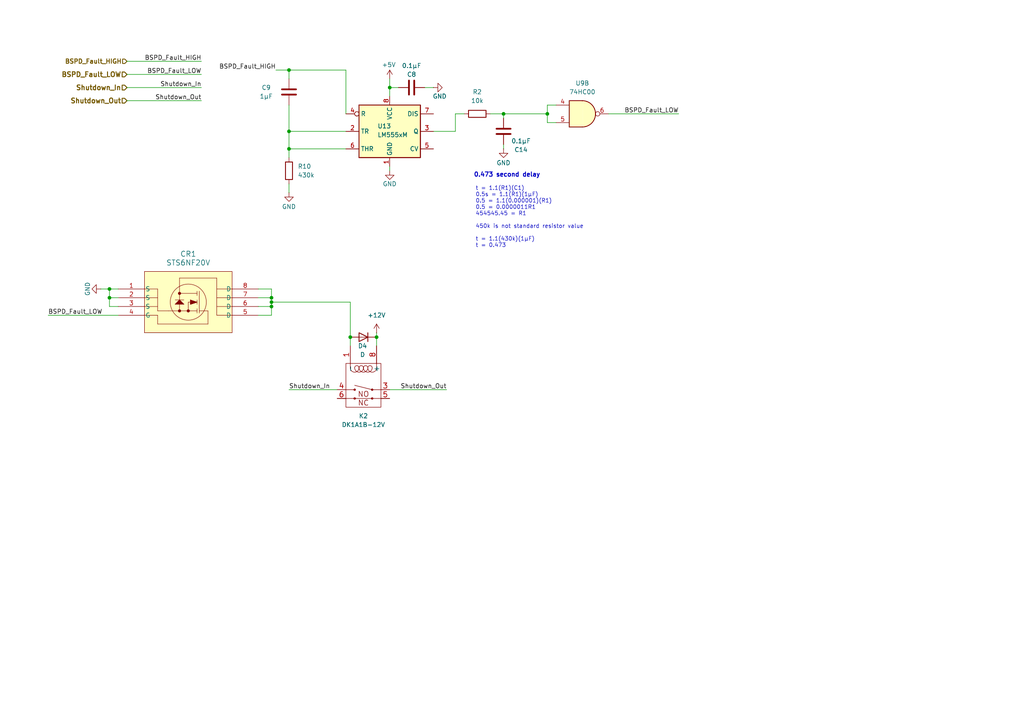
<source format=kicad_sch>
(kicad_sch (version 20231120) (generator "eeschema") (generator_version "8.0")
  (paper "A4")
  (lib_symbols
    (symbol "1FS_2_Global_Symbol_Library:DK1A1B-12V"
      (property "Reference" "K" (at -12.7 11.43 0))
      (property "Value" "DK1A1B-12V" (at -12.7 8.89 0))
      (symbol "DK1A1B-12V_0_0"
        (text "NC" (at 7.62 0 900) (effects (font (size 1.524 1.524))))
        (text "NO" (at 5.08 0 900) (effects (font (size 1.524 1.524))))
      )
      (symbol "DK1A1B-12V_0_1"
        (arc (start -2.54 -3.81) (mid -1.2755 -2.54) (end -2.54 -1.27) (stroke (width 0.1524)))
        (arc (start -2.54 -2.54) (mid -1.2755 -1.27) (end -2.54 0) (stroke (width 0.1524)))
        (arc (start -2.54 -1.27) (mid -3.1723 -1.905) (end -2.54 -2.54) (stroke (width 0.1524)))
        (arc (start -2.54 -1.27) (mid -1.2755 0) (end -2.54 1.27) (stroke (width 0.1524)))
        (arc (start -2.54 0) (mid -3.1723 -0.635) (end -2.54 -1.27) (stroke (width 0.1524)))
        (arc (start -2.54 0) (mid -1.2755 1.27) (end -2.54 2.54) (stroke (width 0.1524)))
        (arc (start -2.54 1.27) (mid -3.1723 0.635) (end -2.54 0) (stroke (width 0.1524)))
        (arc (start -2.54 1.27) (mid -1.2755 2.54) (end -2.54 3.81) (stroke (width 0.1524)))
        (arc (start -2.54 2.54) (mid -3.1723 1.905) (end -2.54 1.27) (stroke (width 0.1524)))
        (polyline (pts (xy -3.81 -3.81) (xy -2.54 -3.81)) (stroke (width 0.1524)))
        (polyline (pts (xy -3.81 3.81) (xy -2.54 3.81)) (stroke (width 0.1524)))
        (polyline (pts (xy 3.81 -5.08) (xy 3.81 -2.54)) (stroke (width 0.1524)))
        (polyline (pts (xy 6.35 -5.08) (xy 6.35 5.08)) (stroke (width 0.1524)) (fill (type outline)))
        (polyline (pts (xy 3.81 5.08) (xy 3.81 2.54) (xy 2.54 -2.54)) (stroke (width 0.1524)))
        (circle (center 3.81 -2.54) (radius 0.254) (stroke (width 0.1524)) (fill (type outline)))
        (circle (center 3.81 2.54) (radius 0.254) (stroke (width 0.1524)) (fill (type outline)))
        (circle (center 6.35 -2.54) (radius 0.254) (stroke (width 0.1524)) (fill (type outline)))
        (circle (center 6.35 2.54) (radius 0.254) (stroke (width 0.1524)) (fill (type outline)))
        (rectangle (start 8.89 5.08) (end -3.81 -5.08) (stroke (width 0.1524)))
      )
      (symbol "DK1A1B-12V_1_1"
        (pin power_in line (at -8.89 -3.81 0) (length 5.08) (name "-") (number "1"))
        (pin passive line (at 3.81 7.62 270) (length 2.54) (name "~") (number "3"))
        (pin passive line (at 3.81 -7.62 90) (length 2.54) (name "~") (number "4"))
        (pin passive line (at 6.35 7.62 270) (length 2.54) (name "~") (number "5"))
        (pin passive line (at 6.35 -7.62 90) (length 2.54) (name "~") (number "6"))
        (pin power_in line (at -8.89 3.81 0) (length 5.08) (name "+") (number "8"))
      )
    )
    (symbol "74xx:74HC00" (pin_names (offset 1.016))
      (property "Reference" "U" (at 0 1.27 0))
      (property "Value" "74HC00" (at 0 -1.27 0))
      (symbol "74HC00_1_1"
        (arc (start 0 -3.81) (mid 3.7934 0) (end 0 3.81) (stroke (width 0.254)) (fill (type background)))
        (polyline (pts (xy 0 3.81) (xy -3.81 3.81) (xy -3.81 -3.81) (xy 0 -3.81)) (stroke (width 0.254)) (fill (type background)))
        (pin input line (at -7.62 2.54 0) (length 3.81) (name "~") (number "1"))
        (pin input line (at -7.62 -2.54 0) (length 3.81) (name "~") (number "2"))
        (pin output inverted (at 7.62 0 180) (length 3.81) (name "~") (number "3"))
      )
      (symbol "74HC00_1_2"
        (arc (start -3.81 -3.81) (mid -2.589 0) (end -3.81 3.81) (stroke (width 0.254)))
        (arc (start -0.6096 -3.81) (mid 2.1842 -2.5851) (end 3.81 0) (stroke (width 0.254)) (fill (type background)))
        (polyline (pts (xy -3.81 -3.81) (xy -0.635 -3.81)) (stroke (width 0.254)) (fill (type background)))
        (polyline (pts (xy -3.81 3.81) (xy -0.635 3.81)) (stroke (width 0.254)) (fill (type background)))
        (polyline (pts (xy -0.635 3.81) (xy -3.81 3.81) (xy -3.81 3.81) (xy -3.556 3.4036) (xy -3.0226 2.2606) (xy -2.6924 1.0414) (xy -2.6162 -0.254) (xy -2.7686 -1.4986) (xy -3.175 -2.7178) (xy -3.81 -3.81) (xy -3.81 -3.81) (xy -0.635 -3.81)) (stroke (width -25.4)) (fill (type background)))
        (arc (start 3.81 0) (mid 2.1915 2.5936) (end -0.6096 3.81) (stroke (width 0.254)) (fill (type background)))
        (pin input inverted (at -7.62 2.54 0) (length 4.318) (name "~") (number "1"))
        (pin input inverted (at -7.62 -2.54 0) (length 4.318) (name "~") (number "2"))
        (pin output line (at 7.62 0 180) (length 3.81) (name "~") (number "3"))
      )
      (symbol "74HC00_2_1"
        (arc (start 0 -3.81) (mid 3.7934 0) (end 0 3.81) (stroke (width 0.254)) (fill (type background)))
        (polyline (pts (xy 0 3.81) (xy -3.81 3.81) (xy -3.81 -3.81) (xy 0 -3.81)) (stroke (width 0.254)) (fill (type background)))
        (pin input line (at -7.62 2.54 0) (length 3.81) (name "~") (number "4"))
        (pin input line (at -7.62 -2.54 0) (length 3.81) (name "~") (number "5"))
        (pin output inverted (at 7.62 0 180) (length 3.81) (name "~") (number "6"))
      )
      (symbol "74HC00_2_2"
        (arc (start -3.81 -3.81) (mid -2.589 0) (end -3.81 3.81) (stroke (width 0.254)))
        (arc (start -0.6096 -3.81) (mid 2.1842 -2.5851) (end 3.81 0) (stroke (width 0.254)) (fill (type background)))
        (polyline (pts (xy -3.81 -3.81) (xy -0.635 -3.81)) (stroke (width 0.254)) (fill (type background)))
        (polyline (pts (xy -3.81 3.81) (xy -0.635 3.81)) (stroke (width 0.254)) (fill (type background)))
        (polyline (pts (xy -0.635 3.81) (xy -3.81 3.81) (xy -3.81 3.81) (xy -3.556 3.4036) (xy -3.0226 2.2606) (xy -2.6924 1.0414) (xy -2.6162 -0.254) (xy -2.7686 -1.4986) (xy -3.175 -2.7178) (xy -3.81 -3.81) (xy -3.81 -3.81) (xy -0.635 -3.81)) (stroke (width -25.4)) (fill (type background)))
        (arc (start 3.81 0) (mid 2.1915 2.5936) (end -0.6096 3.81) (stroke (width 0.254)) (fill (type background)))
        (pin input inverted (at -7.62 2.54 0) (length 4.318) (name "~") (number "4"))
        (pin input inverted (at -7.62 -2.54 0) (length 4.318) (name "~") (number "5"))
        (pin output line (at 7.62 0 180) (length 3.81) (name "~") (number "6"))
      )
      (symbol "74HC00_3_1"
        (arc (start 0 -3.81) (mid 3.7934 0) (end 0 3.81) (stroke (width 0.254)) (fill (type background)))
        (polyline (pts (xy 0 3.81) (xy -3.81 3.81) (xy -3.81 -3.81) (xy 0 -3.81)) (stroke (width 0.254)) (fill (type background)))
        (pin input line (at -7.62 -2.54 0) (length 3.81) (name "~") (number "10"))
        (pin output inverted (at 7.62 0 180) (length 3.81) (name "~") (number "8"))
        (pin input line (at -7.62 2.54 0) (length 3.81) (name "~") (number "9"))
      )
      (symbol "74HC00_3_2"
        (arc (start -3.81 -3.81) (mid -2.589 0) (end -3.81 3.81) (stroke (width 0.254)))
        (arc (start -0.6096 -3.81) (mid 2.1842 -2.5851) (end 3.81 0) (stroke (width 0.254)) (fill (type background)))
        (polyline (pts (xy -3.81 -3.81) (xy -0.635 -3.81)) (stroke (width 0.254)) (fill (type background)))
        (polyline (pts (xy -3.81 3.81) (xy -0.635 3.81)) (stroke (width 0.254)) (fill (type background)))
        (polyline (pts (xy -0.635 3.81) (xy -3.81 3.81) (xy -3.81 3.81) (xy -3.556 3.4036) (xy -3.0226 2.2606) (xy -2.6924 1.0414) (xy -2.6162 -0.254) (xy -2.7686 -1.4986) (xy -3.175 -2.7178) (xy -3.81 -3.81) (xy -3.81 -3.81) (xy -0.635 -3.81)) (stroke (width -25.4)) (fill (type background)))
        (arc (start 3.81 0) (mid 2.1915 2.5936) (end -0.6096 3.81) (stroke (width 0.254)) (fill (type background)))
        (pin input inverted (at -7.62 -2.54 0) (length 4.318) (name "~") (number "10"))
        (pin output line (at 7.62 0 180) (length 3.81) (name "~") (number "8"))
        (pin input inverted (at -7.62 2.54 0) (length 4.318) (name "~") (number "9"))
      )
      (symbol "74HC00_4_1"
        (arc (start 0 -3.81) (mid 3.7934 0) (end 0 3.81) (stroke (width 0.254)) (fill (type background)))
        (polyline (pts (xy 0 3.81) (xy -3.81 3.81) (xy -3.81 -3.81) (xy 0 -3.81)) (stroke (width 0.254)) (fill (type background)))
        (pin output inverted (at 7.62 0 180) (length 3.81) (name "~") (number "11"))
        (pin input line (at -7.62 2.54 0) (length 3.81) (name "~") (number "12"))
        (pin input line (at -7.62 -2.54 0) (length 3.81) (name "~") (number "13"))
      )
      (symbol "74HC00_4_2"
        (arc (start -3.81 -3.81) (mid -2.589 0) (end -3.81 3.81) (stroke (width 0.254)))
        (arc (start -0.6096 -3.81) (mid 2.1842 -2.5851) (end 3.81 0) (stroke (width 0.254)) (fill (type background)))
        (polyline (pts (xy -3.81 -3.81) (xy -0.635 -3.81)) (stroke (width 0.254)) (fill (type background)))
        (polyline (pts (xy -3.81 3.81) (xy -0.635 3.81)) (stroke (width 0.254)) (fill (type background)))
        (polyline (pts (xy -0.635 3.81) (xy -3.81 3.81) (xy -3.81 3.81) (xy -3.556 3.4036) (xy -3.0226 2.2606) (xy -2.6924 1.0414) (xy -2.6162 -0.254) (xy -2.7686 -1.4986) (xy -3.175 -2.7178) (xy -3.81 -3.81) (xy -3.81 -3.81) (xy -0.635 -3.81)) (stroke (width -25.4)) (fill (type background)))
        (arc (start 3.81 0) (mid 2.1915 2.5936) (end -0.6096 3.81) (stroke (width 0.254)) (fill (type background)))
        (pin output line (at 7.62 0 180) (length 3.81) (name "~") (number "11"))
        (pin input inverted (at -7.62 2.54 0) (length 4.318) (name "~") (number "12"))
        (pin input inverted (at -7.62 -2.54 0) (length 4.318) (name "~") (number "13"))
      )
      (symbol "74HC00_5_0"
        (pin power_in line (at 0 12.7 270) (length 5.08) (name "VCC") (number "14"))
        (pin power_in line (at 0 -12.7 90) (length 5.08) (name "GND") (number "7"))
      )
      (symbol "74HC00_5_1"
        (rectangle (start -5.08 7.62) (end 5.08 -7.62) (stroke (width 0.254)) (fill (type background)))
      )
    )
    (symbol "Device:C" (pin_numbers hide) (pin_names (offset 0.254))
      (property "Reference" "C" (at 0.635 2.54 0))
      (property "Value" "C" (at 0.635 -2.54 0))
      (symbol "C_0_1"
        (polyline (pts (xy -2.032 -0.762) (xy 2.032 -0.762)) (stroke (width 0.508)))
        (polyline (pts (xy -2.032 0.762) (xy 2.032 0.762)) (stroke (width 0.508)))
      )
      (symbol "C_1_1"
        (pin passive line (at 0 3.81 270) (length 2.794) (name "~") (number "1"))
        (pin passive line (at 0 -3.81 90) (length 2.794) (name "~") (number "2"))
      )
    )
    (symbol "Device:D" (pin_numbers hide) (pin_names (offset 1.016) hide)
      (property "Reference" "D" (at 0 2.54 0))
      (property "Value" "D" (at 0 -2.54 0))
      (symbol "D_0_1"
        (polyline (pts (xy -1.27 1.27) (xy -1.27 -1.27)) (stroke (width 0.254)))
        (polyline (pts (xy 1.27 0) (xy -1.27 0)))
        (polyline (pts (xy 1.27 1.27) (xy 1.27 -1.27) (xy -1.27 0) (xy 1.27 1.27)) (stroke (width 0.254)))
      )
      (symbol "D_1_1"
        (pin passive line (at -3.81 0 0) (length 2.54) (name "K") (number "1"))
        (pin passive line (at 3.81 0 180) (length 2.54) (name "A") (number "2"))
      )
    )
    (symbol "Device:R" (pin_numbers hide) (pin_names (offset 0))
      (property "Reference" "R" (at 2.032 0 90))
      (property "Value" "R" (at 0 0 90))
      (symbol "R_0_1"
        (rectangle (start -1.016 -2.54) (end 1.016 2.54) (stroke (width 0.254)))
      )
      (symbol "R_1_1"
        (pin passive line (at 0 3.81 270) (length 1.27) (name "~") (number "1"))
        (pin passive line (at 0 -3.81 90) (length 1.27) (name "~") (number "2"))
      )
    )
    (symbol "FS_3_Global_Symbol_Library:STS6NF20V" (pin_names (offset 0.254))
      (property "Reference" "CR" (at 20.32 10.16 0))
      (property "Value" "STS6NF20V" (at 20.32 7.62 0))
      (symbol "STS6NF20V_0_1"
        (polyline (pts (xy 7.62 -5.08) (xy 11.43 -5.08)) (stroke (width 0.127)))
        (polyline (pts (xy 7.62 -2.54) (xy 11.43 -2.54)) (stroke (width 0.127)))
        (polyline (pts (xy 7.62 0) (xy 11.43 0)) (stroke (width 0.127)))
        (polyline (pts (xy 11.43 -10.16) (xy 11.43 -7.62)) (stroke (width 0.127)))
        (polyline (pts (xy 11.43 -7.62) (xy 7.62 -7.62)) (stroke (width 0.127)))
        (polyline (pts (xy 11.43 -6.35) (xy 14.605 -6.35)) (stroke (width 0.127)))
        (polyline (pts (xy 11.43 0) (xy 11.43 -6.35)) (stroke (width 0.127)))
        (polyline (pts (xy 16.51 -4.445) (xy 17.78 -3.175)) (stroke (width 0.127)))
        (polyline (pts (xy 16.51 -4.445) (xy 19.05 -4.445)) (stroke (width 0.127)))
        (polyline (pts (xy 16.51 -3.175) (xy 19.05 -3.175)) (stroke (width 0.127)))
        (polyline (pts (xy 17.78 -6.35) (xy 17.78 3.175)) (stroke (width 0.127)))
        (polyline (pts (xy 17.78 3.175) (xy 28.575 3.175)) (stroke (width 0.127)))
        (polyline (pts (xy 19.05 -4.445) (xy 17.78 -3.175)) (stroke (width 0.127)))
        (polyline (pts (xy 20.32 -3.81) (xy 20.32 -6.35)) (stroke (width 0.127)))
        (polyline (pts (xy 20.32 -3.81) (xy 22.86 -3.81)) (stroke (width 0.127)))
        (polyline (pts (xy 20.955 -4.445) (xy 22.86 -3.81)) (stroke (width 0.127)))
        (polyline (pts (xy 20.955 -3.175) (xy 20.955 -4.445)) (stroke (width 0.127)))
        (polyline (pts (xy 22.86 -6.985) (xy 22.86 -5.715)) (stroke (width 0.127)))
        (polyline (pts (xy 22.86 -6.35) (xy 14.605 -6.35)) (stroke (width 0.127)))
        (polyline (pts (xy 22.86 -4.445) (xy 22.86 -3.175)) (stroke (width 0.127)))
        (polyline (pts (xy 22.86 -3.81) (xy 20.955 -3.175)) (stroke (width 0.127)))
        (polyline (pts (xy 22.86 -1.905) (xy 22.86 -0.635)) (stroke (width 0.127)))
        (polyline (pts (xy 22.86 -1.27) (xy 17.78 -1.27)) (stroke (width 0.127)))
        (polyline (pts (xy 23.495 -6.35) (xy 26.035 -6.35)) (stroke (width 0.127)))
        (polyline (pts (xy 23.495 -0.635) (xy 23.495 -6.985)) (stroke (width 0.127)))
        (polyline (pts (xy 26.035 -10.16) (xy 11.43 -10.16)) (stroke (width 0.127)))
        (polyline (pts (xy 26.035 -6.35) (xy 26.035 -10.16)) (stroke (width 0.127)))
        (polyline (pts (xy 28.575 -7.62) (xy 33.02 -7.62)) (stroke (width 0.127)))
        (polyline (pts (xy 28.575 3.175) (xy 28.575 -7.62)) (stroke (width 0.127)))
        (polyline (pts (xy 33.02 -5.08) (xy 28.575 -5.08)) (stroke (width 0.127)))
        (polyline (pts (xy 33.02 -2.54) (xy 28.575 -2.54)) (stroke (width 0.127)))
        (polyline (pts (xy 33.02 0) (xy 28.575 0)) (stroke (width 0.127)))
        (polyline (pts (xy 16.51 -4.445) (xy 17.78 -3.175) (xy 19.05 -4.445)) (fill (type outline)))
        (polyline (pts (xy 20.955 -3.175) (xy 20.955 -4.445) (xy 22.86 -3.81)) (fill (type outline)))
        (circle (center 17.78 -6.35) (radius 0.254) (stroke (width 0.381)))
        (circle (center 17.78 -1.27) (radius 0.254) (stroke (width 0.381)))
        (circle (center 20.32 -6.35) (radius 0.254) (stroke (width 0.381)))
        (circle (center 20.32 -3.81) (radius 5.2324) (stroke (width 0.127)))
        (pin unspecified line (at 0 0 0) (length 7.62) (name "S") (number "1"))
        (pin unspecified line (at 0 -2.54 0) (length 7.62) (name "S") (number "2"))
        (pin unspecified line (at 0 -5.08 0) (length 7.62) (name "S") (number "3"))
        (pin unspecified line (at 0 -7.62 0) (length 7.62) (name "G") (number "4"))
        (pin unspecified line (at 40.64 -7.62 180) (length 7.62) (name "D") (number "5"))
        (pin unspecified line (at 40.64 -5.08 180) (length 7.62) (name "D") (number "6"))
        (pin unspecified line (at 40.64 -2.54 180) (length 7.62) (name "D") (number "7"))
        (pin unspecified line (at 40.64 0 180) (length 7.62) (name "D") (number "8"))
      )
      (symbol "STS6NF20V_1_1"
        (rectangle (start 7.62 5.08) (end 33.02 -12.7) (fill (type background)))
      )
    )
    (symbol "Timer:LM555xM"
      (property "Reference" "U10" (at 2.1941 12.7 0))
      (property "Value" "LM555xM" (at 2.1941 10.16 0))
      (symbol "LM555xM_0_0"
        (pin power_in line (at 0 -10.16 90) (length 2.54) (name "GND") (number "1"))
        (pin power_in line (at 0 10.16 270) (length 2.54) (name "VCC") (number "8"))
      )
      (symbol "LM555xM_0_1"
        (rectangle (start -8.89 -7.62) (end 8.89 7.62) (stroke (width 0.254)) (fill (type background)))
        (rectangle (start -8.89 -7.62) (end 8.89 7.62) (stroke (width 0.254)) (fill (type background)))
      )
      (symbol "LM555xM_1_1"
        (pin input line (at -12.7 0 0) (length 3.81) (name "TR") (number "2"))
        (pin output line (at 12.7 0 180) (length 3.81) (name "Q") (number "3"))
        (pin input inverted (at -12.7 5.08 0) (length 3.81) (name "R") (number "4"))
        (pin input line (at 12.7 -5.08 180) (length 3.81) (name "CV") (number "5"))
        (pin input line (at -12.7 -5.08 0) (length 3.81) (name "THR") (number "6"))
        (pin input line (at 12.7 5.08 180) (length 3.81) (name "DIS") (number "7"))
      )
    )
    (symbol "power:+5V" (power) (pin_numbers hide) (pin_names (offset 0) hide)
      (property "Value" "+5V" (at 0 3.556 0))
      (symbol "+5V_0_1"
        (polyline (pts (xy -0.762 1.27) (xy 0 2.54)))
        (polyline (pts (xy 0 0) (xy 0 2.54)))
        (polyline (pts (xy 0 2.54) (xy 0.762 1.27)))
      )
      (symbol "+5V_1_1"
        (pin power_in line (at 0 0 90) (length 0) (name "~") (number "1"))
      )
    )
    (symbol "power:GND" (power) (pin_numbers hide) (pin_names (offset 0) hide)
      (property "Value" "GND" (at 0 -3.81 0))
      (symbol "GND_0_1"
        (polyline (pts (xy 0 0) (xy 0 -1.27) (xy 1.27 -1.27) (xy 0 -2.54) (xy -1.27 -1.27) (xy 0 -1.27)))
      )
      (symbol "GND_1_1"
        (pin power_in line (at 0 0 270) (length 0) (name "~") (number "1"))
      )
    )
  )
  (junction (at 83.82 43.18))
  (junction (at 31.75 86.36))
  (junction (at 83.82 20.32))
  (junction (at 113.03 25.4))
  (junction (at 109.22 97.79))
  (junction (at 83.82 38.1))
  (junction (at 78.74 87.63))
  (junction (at 78.74 86.36))
  (junction (at 78.74 88.9))
  (junction (at 101.6 97.79))
  (junction (at 146.05 33.02))
  (junction (at 31.75 83.82))
  (junction (at 158.75 33.02))
  (wire (pts (xy 101.6 87.63) (xy 78.74 87.63)))
  (wire (pts (xy 74.93 91.44) (xy 78.74 91.44)))
  (wire (pts (xy 74.93 88.9) (xy 78.74 88.9)))
  (wire (pts (xy 132.08 38.1) (xy 132.08 33.02)))
  (wire (pts (xy 125.73 38.1) (xy 132.08 38.1)))
  (wire (pts (xy 31.75 86.36) (xy 31.75 83.82)))
  (wire (pts (xy 78.74 91.44) (xy 78.74 88.9)))
  (wire (pts (xy 109.22 97.79) (xy 109.22 100.33)))
  (wire (pts (xy 83.82 43.18) (xy 100.33 43.18)))
  (wire (pts (xy 101.6 100.33) (xy 101.6 97.79)))
  (wire (pts (xy 83.82 38.1) (xy 83.82 30.48)))
  (wire (pts (xy 113.03 22.86) (xy 113.03 25.4)))
  (wire (pts (xy 83.82 38.1) (xy 100.33 38.1)))
  (wire (pts (xy 132.08 33.02) (xy 134.62 33.02)))
  (wire (pts (xy 36.83 21.59) (xy 58.42 21.59)))
  (wire (pts (xy 142.24 33.02) (xy 146.05 33.02)))
  (wire (pts (xy 29.21 83.82) (xy 31.75 83.82)))
  (wire (pts (xy 34.29 86.36) (xy 31.75 86.36)))
  (wire (pts (xy 113.03 25.4) (xy 113.03 27.94)))
  (wire (pts (xy 13.97 91.44) (xy 34.29 91.44)))
  (wire (pts (xy 158.75 33.02) (xy 158.75 35.56)))
  (wire (pts (xy 158.75 30.48) (xy 158.75 33.02)))
  (wire (pts (xy 100.33 20.32) (xy 100.33 33.02)))
  (wire (pts (xy 36.83 29.21) (xy 58.42 29.21)))
  (wire (pts (xy 83.82 20.32) (xy 83.82 22.86)))
  (wire (pts (xy 78.74 83.82) (xy 78.74 86.36)))
  (wire (pts (xy 78.74 87.63) (xy 78.74 86.36)))
  (wire (pts (xy 113.03 48.26) (xy 113.03 49.53)))
  (wire (pts (xy 146.05 33.02) (xy 158.75 33.02)))
  (wire (pts (xy 101.6 87.63) (xy 101.6 97.79)))
  (wire (pts (xy 31.75 88.9) (xy 31.75 86.36)))
  (wire (pts (xy 146.05 41.91) (xy 146.05 43.18)))
  (wire (pts (xy 83.82 43.18) (xy 83.82 38.1)))
  (wire (pts (xy 158.75 35.56) (xy 161.29 35.56)))
  (wire (pts (xy 113.03 25.4) (xy 115.57 25.4)))
  (wire (pts (xy 74.93 83.82) (xy 78.74 83.82)))
  (wire (pts (xy 83.82 20.32) (xy 100.33 20.32)))
  (wire (pts (xy 78.74 86.36) (xy 74.93 86.36)))
  (wire (pts (xy 36.83 25.4) (xy 58.42 25.4)))
  (wire (pts (xy 31.75 83.82) (xy 34.29 83.82)))
  (wire (pts (xy 176.53 33.02) (xy 196.85 33.02)))
  (wire (pts (xy 34.29 88.9) (xy 31.75 88.9)))
  (wire (pts (xy 125.73 25.4) (xy 123.19 25.4)))
  (wire (pts (xy 109.22 96.52) (xy 109.22 97.79)))
  (wire (pts (xy 83.82 113.03) (xy 97.79 113.03)))
  (wire (pts (xy 113.03 113.03) (xy 129.54 113.03)))
  (wire (pts (xy 146.05 33.02) (xy 146.05 34.29)))
  (wire (pts (xy 83.82 43.18) (xy 83.82 45.72)))
  (wire (pts (xy 36.83 17.78) (xy 58.42 17.78)))
  (wire (pts (xy 161.29 30.48) (xy 158.75 30.48)))
  (wire (pts (xy 83.82 53.34) (xy 83.82 55.88)))
  (wire (pts (xy 78.74 88.9) (xy 78.74 87.63)))
  (wire (pts (xy 80.01 20.32) (xy 83.82 20.32)))
  (text "0.473 second delay" (at 147.066 50.8 0) (effects (font (size 1.27 1.27) (thickness 0.254) (bold yes))))
  (text "t = 1.1(R1)(C1)\n0.5s = 1.1(R1)(1µF)\n0.5 = 1.1(0.000001)(R1)\n0.5 = 0.0000011R1\n454545.45 = R1\n\n450k is not standard resistor value\n\nt = 1.1(430k)(1µF)\nt = 0.473" (at 137.922 62.992 0) (effects (font (size 1.143 1.143) (thickness 0.127)) (justify left)))
  (label "BSPD_Fault_HIGH" (at 58.42 17.78 180))
  (label "Shutdown_In" (at 58.42 25.4 180))
  (label "BSPD_Fault_LOW" (at 13.97 91.44 0))
  (label "Shutdown_Out" (at 58.42 29.21 180))
  (label "BSPD_Fault_HIGH" (at 80.01 20.32 180))
  (label "BSPD_Fault_LOW" (at 58.42 21.59 180))
  (label "BSPD_Fault_LOW" (at 196.85 33.02 180))
  (label "Shutdown_Out" (at 129.54 113.03 180))
  (label "Shutdown_In" (at 83.82 113.03 0))
  (hierarchical_label "Shutdown_In" (shape input) (at 36.83 25.4 180) (effects (font (size 1.397 1.397) (thickness 0.2794) (bold yes))))
  (hierarchical_label "Shutdown_Out" (shape input) (at 36.83 29.21 180) (effects (font (size 1.397 1.397) (thickness 0.2794) (bold yes))))
  (hierarchical_label "BSPD_Fault_LOW" (shape input) (at 36.83 21.59 180) (effects (font (size 1.397 1.397) (thickness 0.2794) (bold yes))))
  (hierarchical_label "BSPD_Fault_HIGH" (shape input) (at 36.83 17.78 180) (effects (font (thickness 0.254) (bold yes))))
  (symbol (lib_id "1FS_2_Global_Symbol_Library:DK1A1B-12V") (at 105.41 109.22 270) (unit 1)
    (property "Reference" "K2" (at 105.41 120.65 90))
    (property "Value" "DK1A1B-12V" (at 105.41 123.19 90))
    (property "Footprint" "FS_3_Global_Footprint_Library:DK1A1B" (effects (hide yes)))
    (property "Datasheet" "https://industry.panasonic.com/global/en/downloads/?file_cd=300062&tab=catalog&series_cd=1127" (effects (hide yes)))
    (property "Description" "General Purpose Relays 8A 12VDC DPST-NO/NC" (effects (hide yes)))
    (property "Height" "10.3" (effects (hide yes)))
    (property "Mouser Part Number" "769-DK1A1B-12V" (effects (hide yes)))
    (property "Mouser Price/Stock" "https://www.mouser.co.uk/ProductDetail/Panasonic-Industrial-Devices/DK1A1B-12V?qs=UO%2Fx91QLkSBT1Ad7i%2FY%2Fcw%3D%3D" (effects (hide yes)))
    (property "Manufacturer_Name" "Panasonic" (effects (hide yes)))
    (property "Manufacturer_Part_Number" "DK1A1B-12V" (effects (hide yes)))
    (property "Part Name" "Relay" (effects (hide yes)))
    (property "Digikey Link" "https://www.digikey.com/en/products/detail/panasonic-electric-works/DK1A1B-12V/251871?gclsrc=aw.ds&&utm_adgroup=General&utm_source=google&utm_medium=cpc&utm_campaign=PMax%20Shopping_Product_Zombie%20SKUs&utm_term=&utm_content=General&utm_id=go_cmp-17815035045_adg-_ad-__dev-c_ext-_prd-_sig-CjwKCAiA3ZC6BhBaEiwAeqfvyhojoAtdM80QjEUCNhgIci8lXBSAvqPnD2IAuyrCnKFQNLXEMJmXThoCegwQAvD_BwE&gad_source=1&gclid=CjwKCAiA3ZC6BhBaEiwAeqfvyhojoAtdM80QjEUCNhgIci8lXBSAvqPnD2IAuyrCnKFQNLXEMJmXThoCegwQAvD_BwE&gclsrc=aw.ds" (effects (hide yes)))
  )
  (symbol (lib_id "Device:R") (at 138.43 33.02 90) (unit 1)
    (property "Reference" "R2" (at 138.43 26.67 90))
    (property "Value" "10k" (at 138.43 29.21 90))
    (property "Footprint" "Resistor_SMD:R_0805_2012Metric_Pad1.20x1.40mm_HandSolder" (effects (hide yes)))
    (property "Datasheet" "https://www.yageo.com/upload/media/product/products/datasheet/rchip/PYu-RC_Group_51_RoHS_L_12.pdf" (effects (hide yes)))
    (property "Description" "Resistor" (effects (hide yes)))
    (property "Digikey Link" "https://www.digikey.com/en/products/detail/yageo/RC0805FR-0710KL/727535" (effects (hide yes)))
    (property "Part Name" "Resistor" (effects (hide yes)))
  )
  (symbol (lib_id "FS_3_Global_Symbol_Library:STS6NF20V") (at 34.29 83.82 0) (unit 1)
    (property "Reference" "CR1" (at 54.61 73.66 0) (effects (font (size 1.524 1.524))))
    (property "Value" "STS6NF20V" (at 54.61 76.2 0) (effects (font (size 1.524 1.524))))
    (property "Footprint" "Package_SO:SO-8_3.9x4.9mm_P1.27mm" (effects (hide yes)))
    (property "Datasheet" "STS6NF20V" (effects (hide yes)))
    (property "Description" "N Type Mosfet" (effects (hide yes)))
    (property "Digikey Link" "https://www.digikey.com/en/products/detail/stmicroelectronics/STS6NF20V/2035604?gclsrc=aw.ds&&utm_adgroup=General&utm_source=google&utm_medium=cpc&utm_campaign=PMax%20Shopping_Product_Zombie%20SKUs&utm_term=&utm_content=General&utm_id=go_cmp-17815035045_adg-_ad-__dev-c_ext-_prd-_sig-CjwKCAiA3ZC6BhBaEiwAeqfvytdKMoFAG3lbl7A_vWbNNl7M0dp9TkG5lV2RexiU_0WDyp4RWSdv3RoCKwgQAvD_BwE&gad_source=1&gclid=CjwKCAiA3ZC6BhBaEiwAeqfvytdKMoFAG3lbl7A_vWbNNl7M0dp9TkG5lV2RexiU_0WDyp4RWSdv3RoCKwgQAvD_BwE&gclsrc=aw.ds" (effects (hide yes)))
    (property "Part Name" "Mosfet" (effects (hide yes)))
  )
  (symbol (lib_id "Timer:LM555xM") (at 113.03 38.1 0) (unit 1)
    (property "Reference" "U13" (at 109.474 36.576 0) (effects (justify left)))
    (property "Value" "LM555xM" (at 109.474 39.116 0) (effects (justify left)))
    (property "Footprint" "Package_SO:SOIC-8_3.9x4.9mm_P1.27mm" (effects (hide yes)))
    (property "Datasheet" "http://www.ti.com/lit/ds/symlink/lm555.pdf" (effects (hide yes)))
    (property "Description" "Timer, 555 compatible, SOIC-8" (effects (hide yes)))
    (property "Digikey Link" "https://www.digikey.com/en/products/detail/texas-instruments/LM555CMX-NOPB/334887?s=N4IgTCBcDaIDIFkCsKDCCAaB6AcgeQAUAhEAXQF8g" (effects (hide yes)))
    (property "Part Name" "555 Timer" (effects (hide yes)))
  )
  (symbol (lib_id "power:+5V") (at 113.03 22.86 0) (unit 1)
    (property "Reference" "#PWR09" (effects (hide yes)))
    (property "Value" "+5V" (at 112.776 18.796 0))
    (property "Description" "Power symbol creates a global label with name \"+5V\"" (effects (hide yes)))
  )
  (symbol (lib_id "Device:D") (at 105.41 97.79 180) (unit 1)
    (property "Reference" "D4" (at 105.156 100.33 0))
    (property "Value" "D" (at 105.156 102.87 0))
    (property "Footprint" "Diode_SMD:D_2010_5025Metric_Pad1.52x2.65mm_HandSolder" (effects (hide yes)))
    (property "Datasheet" "https://datasheets.kyocera-avx.com/schottky.pdf" (effects (hide yes)))
    (property "Description" "Diode" (effects (hide yes)))
    (property "Sim.Device" "D" (effects (hide yes)))
    (property "Sim.Pins" "1=K 2=A" (effects (hide yes)))
    (property "Digikey Link" "https://www.digikey.com/en/products/detail/kyocera-avx/SD0805S020S1R0/3749517" (effects (hide yes)))
    (property "Part Name" "Diode" (effects (hide yes)))
  )
  (symbol (lib_id "Device:C") (at 83.82 26.67 0) (unit 1)
    (property "Reference" "C9" (at 77.216 25.4 0))
    (property "Value" "1µF" (at 77.216 27.94 0))
    (property "Footprint" "Capacitor_SMD:C_0805_2012Metric_Pad1.18x1.45mm_HandSolder" (effects (hide yes)))
    (property "Datasheet" "https://www.yageo.com/upload/media/product/productsearch/datasheet/mlcc/UPY-GPHC_X7R_6.3V-to-250V_24.pdf" (effects (hide yes)))
    (property "Description" "Unpolarized capacitor" (effects (hide yes)))
    (property "Digikey Link" "https://www.digikey.com/en/products/detail/yageo/CC0805KKX7R7BB105/2103103" (effects (hide yes)))
    (property "Part Name" "Capacitor" (effects (hide yes)))
  )
  (symbol (lib_id "power:GND") (at 146.05 43.18 0) (unit 1)
    (property "Reference" "#PWR019" (effects (hide yes)))
    (property "Value" "GND" (at 148.082 47.244 0) (effects (justify right)))
    (property "Description" "Power symbol creates a global label with name \"GND\" , ground" (effects (hide yes)))
  )
  (symbol (lib_id "power:GND") (at 83.82 55.88 0) (unit 1)
    (property "Reference" "#PWR012" (effects (hide yes)))
    (property "Value" "GND" (at 85.852 59.944 0) (effects (justify right)))
    (property "Description" "Power symbol creates a global label with name \"GND\" , ground" (effects (hide yes)))
  )
  (symbol (lib_id "power:GND") (at 125.73 25.4 90) (unit 1)
    (property "Reference" "#PWR08" (effects (hide yes)))
    (property "Value" "GND" (at 125.476 27.94 90) (effects (justify right)))
    (property "Description" "Power symbol creates a global label with name \"GND\" , ground" (effects (hide yes)))
  )
  (symbol (lib_id "74xx:74HC00") (at 168.91 33.02 0) (unit 2)
    (property "Reference" "U9" (at 168.9017 24.13 0))
    (property "Value" "74HC00" (at 168.9017 26.67 0))
    (property "Footprint" "Package_SO:SOIC-14_3.9x8.7mm_P1.27mm" (effects (hide yes)))
    (property "Datasheet" "http://www.ti.com/lit/gpn/sn74hc00" (effects (hide yes)))
    (property "Description" "quad 2-input NAND gate" (effects (hide yes)))
    (property "Digikey Link" "https://www.digikey.com/en/products/detail/texas-instruments/SN74HCS00DR/12342949?s=N4IgTCBcDaIMoDkDsAWAEgYTgBmwEQCUQBdAXyA" (effects (hide yes)))
    (property "Part Name" "NAND Gate" (effects (hide yes)))
  )
  (symbol (lib_id "power:+5V") (at 109.22 96.52 0) (unit 1)
    (property "Reference" "#PWR031" (effects (hide yes)))
    (property "Value" "+12V" (at 109.22 91.44 0))
    (property "Description" "Power symbol creates a global label with name \"+5V\"" (effects (hide yes)))
  )
  (symbol (lib_id "Device:C") (at 119.38 25.4 270) (unit 1)
    (property "Reference" "C8" (at 119.38 21.59 90))
    (property "Value" "0.1μF" (at 119.38 19.05 90))
    (property "Footprint" "Capacitor_SMD:C_0805_2012Metric_Pad1.18x1.45mm_HandSolder" (effects (hide yes)))
    (property "Datasheet" "https://www.yageo.com/upload/media/product/productsearch/datasheet/mlcc/UPY-GPHC_X7R_6.3V-to-250V_24.pdf" (effects (hide yes)))
    (property "Description" "Unpolarized capacitor" (effects (hide yes)))
    (property "Digikey Link" "https://www.digikey.com/en/products/detail/yageo/CC0805KRX7R9BB104/302874" (effects (hide yes)))
    (property "Part Name" "Capacitor" (effects (hide yes)))
  )
  (symbol (lib_id "Device:R") (at 83.82 49.53 0) (unit 1)
    (property "Reference" "R10" (at 86.36 48.2599 0) (effects (justify left)))
    (property "Value" "430k" (at 86.36 50.7999 0) (effects (justify left)))
    (property "Footprint" "Resistor_SMD:R_0805_2012Metric_Pad1.20x1.40mm_HandSolder" (effects (hide yes)))
    (property "Datasheet" "https://www.yageo.com/upload/media/product/products/datasheet/rchip/PYu-RC_Group_51_RoHS_L_12.pdf" (effects (hide yes)))
    (property "Description" "Resistor" (effects (hide yes)))
    (property "Digikey Link" "https://www.digikey.com/en/products/detail/yageo/RC0805FR-07430KL/727957" (effects (hide yes)))
    (property "Part Name" "Resistor" (effects (hide yes)))
  )
  (symbol (lib_id "power:GND") (at 113.03 49.53 0) (unit 1)
    (property "Reference" "#PWR011" (effects (hide yes)))
    (property "Value" "GND" (at 115.062 53.34 0) (effects (justify right)))
    (property "Description" "Power symbol creates a global label with name \"GND\" , ground" (effects (hide yes)))
  )
  (symbol (lib_id "power:GND") (at 29.21 83.82 270) (unit 1)
    (property "Reference" "#PWR032" (effects (hide yes)))
    (property "Value" "GND" (at 25.4 85.852 0) (effects (justify right)))
    (property "Description" "Power symbol creates a global label with name \"GND\" , ground" (effects (hide yes)))
  )
  (symbol (lib_id "Device:C") (at 146.05 38.1 180) (unit 1)
    (property "Reference" "C14" (at 151.13 43.434 0))
    (property "Value" "0.1μF" (at 151.13 40.894 0))
    (property "Footprint" "Capacitor_SMD:C_0805_2012Metric_Pad1.18x1.45mm_HandSolder" (effects (hide yes)))
    (property "Datasheet" "https://www.yageo.com/upload/media/product/productsearch/datasheet/mlcc/UPY-GPHC_X7R_6.3V-to-250V_24.pdf" (effects (hide yes)))
    (property "Description" "Unpolarized capacitor" (effects (hide yes)))
    (property "Digikey Link" "https://www.digikey.com/en/products/detail/yageo/CC0805KRX7R9BB104/302874" (effects (hide yes)))
    (property "Part Name" "Capacitor" (effects (hide yes)))
  )
)
</source>
